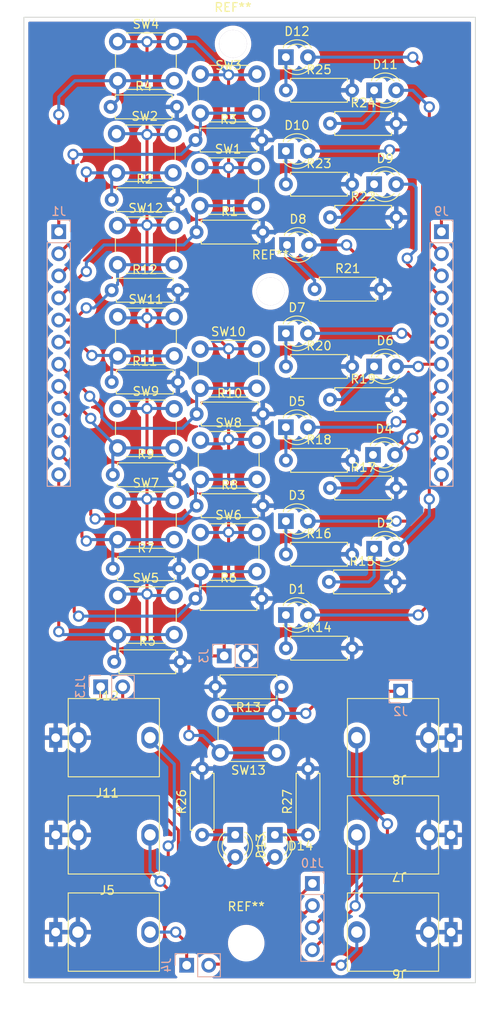
<source format=kicad_pcb>
(kicad_pcb (version 20211014) (generator pcbnew)
  (layers (0 "F.Cu" signal) (31 "B.Cu" signal) (34 "B.Paste" user) (35 "F.Paste" user) (36 "B.SilkS" user "B.Silkscreen") (37 "F.SilkS" user "F.Silkscreen") (38 "B.Mask" user) (39 "F.Mask" user) (44 "Edge.Cuts" user))
  (net 0 "")
  (net 1 "Net-(D1-Pad1)")
  (net 2 "Net-(D1-Pad2)")
  (net 3 "Net-(D2-Pad1)")
  (net 4 "Net-(D2-Pad2)")
  (net 5 "Net-(D3-Pad1)")
  (net 6 "Net-(D3-Pad2)")
  (net 7 "Net-(D4-Pad1)")
  (net 8 "Net-(D4-Pad2)")
  (net 9 "Net-(D5-Pad1)")
  (net 10 "Net-(D5-Pad2)")
  (net 11 "Net-(D6-Pad1)")
  (net 12 "Net-(D6-Pad2)")
  (net 13 "Net-(D7-Pad1)")
  (net 14 "Net-(D7-Pad2)")
  (net 15 "Net-(D8-Pad1)")
  (net 16 "Net-(D8-Pad2)")
  (net 17 "Net-(D9-Pad1)")
  (net 18 "Net-(D9-Pad2)")
  (net 19 "Net-(D10-Pad1)")
  (net 20 "Net-(D10-Pad2)")
  (net 21 "Net-(D11-Pad1)")
  (net 22 "Net-(D11-Pad2)")
  (net 23 "Net-(D12-Pad1)")
  (net 24 "Net-(D12-Pad2)")
  (net 25 "Net-(D13-Pad1)")
  (net 26 "Net-(D13-Pad2)")
  (net 27 "Net-(J1-Pad12)")
  (net 28 "Net-(J1-Pad11)")
  (net 29 "Net-(J1-Pad10)")
  (net 30 "Net-(J1-Pad9)")
  (net 31 "Net-(J1-Pad8)")
  (net 32 "Net-(J1-Pad7)")
  (net 33 "Net-(J1-Pad6)")
  (net 34 "Net-(J1-Pad5)")
  (net 35 "Net-(J1-Pad4)")
  (net 36 "Net-(J1-Pad3)")
  (net 37 "Net-(J1-Pad2)")
  (net 38 "Net-(J1-Pad1)")
  (net 39 "Net-(J2-Pad1)")
  (net 40 "+5V")
  (net 41 "GND")
  (net 42 "Net-(J10-Pad4)")
  (net 43 "Net-(J10-Pad1)")
  (net 44 "Net-(J4-Pad1)")
  (net 45 "Net-(J4-Pad2)")
  (net 46 "Net-(D14-Pad1)")
  (net 47 "Net-(D14-Pad2)")
  (net 48 "Net-(J10-Pad3)")
  (net 49 "Net-(J10-Pad2)")
  (footprint "Button_Switch_THT:SW_PUSH_6mm" (layer "F.Cu") (at 33.34 65.63)
    (fp_text reference "SW8")
    (fp_text value "SW_Push")
  )
  (footprint "Button_Switch_THT:SW_PUSH_6mm" (layer "F.Cu") (at 33.326 76.236)
    (fp_text reference "SW6")
    (fp_text value "SW_Push")
  )
  (footprint "Button_Switch_THT:SW_PUSH_6mm" (layer "F.Cu") (at 33.326 23.531)
    (fp_text reference "SW3")
    (fp_text value "SW_Push")
  )
  (footprint "Resistor_THT:R_Axial_DIN0207_L6.3mm_D2.5mm_P7.62mm_Horizontal" (layer "F.Cu") (at 46.482 48.26)
    (fp_text reference "R21")
    (fp_text value "220")
  )
  (footprint "Button_Switch_THT:SW_PUSH_6mm" (layer "F.Cu") (at 23.674 30.389)
    (fp_text reference "SW2")
    (fp_text value "SW_Push")
  )
  (footprint "Resistor_THT:R_Axial_DIN0207_L6.3mm_D2.5mm_P7.62mm_Horizontal" (layer "F.Cu") (at 42.672 93.98 180)
    (fp_text reference "R13")
    (fp_text value "10k")
  )
  (footprint "Button_Switch_THT:SW_PUSH_6mm" (layer "F.Cu") (at 33.274 34.163)
    (fp_text reference "SW1")
    (fp_text value "SW_Push")
  )
  (footprint "Button_Switch_THT:SW_PUSH_6mm" (layer "F.Cu") (at 23.801 19.799)
    (fp_text reference "SW4")
    (fp_text value "SW_Push")
  )
  (footprint "Eurorack:Thonkiconn" (layer "F.Cu") (at 22.606 122.174)
    (fp_text reference "J5")
    (fp_text value "AudioJack2_SwitchT")
  )
  (footprint "LED_THT:LED_D3.0mm" (layer "F.Cu") (at 43.302 43.18)
    (fp_text reference "D8")
    (fp_text value "LED")
  )
  (footprint "Eurorack:Thonkiconn" (layer "F.Cu") (at 22.606 99.822)
    (fp_text reference "J12")
    (fp_text value "AudioJack2_SwitchT")
  )
  (footprint "Resistor_THT:R_Axial_DIN0207_L6.3mm_D2.5mm_P7.62mm_Horizontal" (layer "F.Cu") (at 22.987 27.305)
    (fp_text reference "R4")
    (fp_text value "10k")
  )
  (footprint "LED_THT:LED_D3.0mm" (layer "F.Cu") (at 53.208 67.31)
    (fp_text reference "D4")
    (fp_text value "LED")
  )
  (footprint "Button_Switch_THT:SW_PUSH_6mm" (layer "F.Cu") (at 23.801 72.553)
    (fp_text reference "SW7")
    (fp_text value "SW_Push")
  )
  (footprint "Resistor_THT:R_Axial_DIN0207_L6.3mm_D2.5mm_P7.62mm_Horizontal" (layer "F.Cu") (at 43.18 25.4)
    (fp_text reference "R25")
    (fp_text value "220")
  )
  (footprint "Resistor_THT:R_Axial_DIN0207_L6.3mm_D2.5mm_P7.62mm_Horizontal" (layer "F.Cu") (at 43.18 67.945)
    (fp_text reference "R18")
    (fp_text value "220")
  )
  (footprint "Resistor_THT:R_Axial_DIN0207_L6.3mm_D2.5mm_P7.62mm_Horizontal" (layer "F.Cu") (at 48.265 40.005)
    (fp_text reference "R22")
    (fp_text value "220")
  )
  (footprint "MountingHole:MountingHole_3.2mm_M3" (layer "F.Cu") (at 38.608 123.444)
    (fp_text reference "REF**")
    (fp_text value "MountingHole_3.2mm_M3")
  )
  (footprint "MountingHole:MountingHole_3.2mm_M3" (layer "F.Cu") (at 37.084 20.066)
    (fp_text reference "REF**")
    (fp_text value "MountingHole_3.2mm_M3")
  )
  (footprint "Resistor_THT:R_Axial_DIN0207_L6.3mm_D2.5mm_P7.62mm_Horizontal" (layer "F.Cu") (at 43.18 89.535)
    (fp_text reference "R14")
    (fp_text value "220")
  )
  (footprint "LED_THT:LED_D3.0mm" (layer "F.Cu") (at 43.175 85.725)
    (fp_text reference "D1")
    (fp_text value "LED")
  )
  (footprint "Resistor_THT:R_Axial_DIN0207_L6.3mm_D2.5mm_P7.62mm_Horizontal" (layer "F.Cu") (at 32.893 62.611)
    (fp_text reference "R10")
    (fp_text value "10k")
  )
  (footprint "Resistor_THT:R_Axial_DIN0207_L6.3mm_D2.5mm_P7.62mm_Horizontal" (layer "F.Cu") (at 23.241 69.596)
    (fp_text reference "R9")
    (fp_text value "10k")
  )
  (footprint "Resistor_THT:R_Axial_DIN0207_L6.3mm_D2.5mm_P7.62mm_Horizontal" (layer "F.Cu") (at 23.114 58.928)
    (fp_text reference "R11")
    (fp_text value "10k")
  )
  (footprint "Eurorack:Thonkiconn" (layer "F.Cu") (at 56.261 99.822 180)
    (fp_text reference "J8")
    (fp_text value "AudioJack2_SwitchT")
  )
  (footprint "Resistor_THT:R_Axial_DIN0207_L6.3mm_D2.5mm_P7.62mm_Horizontal" (layer "F.Cu") (at 23.411 91.097)
    (fp_text reference "R5")
    (fp_text value "10k")
  )
  (footprint "Button_Switch_THT:SW_PUSH_6mm" (layer "F.Cu") (at 23.79 40.951)
    (fp_text reference "SW12")
    (fp_text value "SW_Push")
  )
  (footprint "MountingHole:MountingHole_3.2mm_M3" (layer "F.Cu") (at 41.402 48.514)
    (fp_text reference "REF**")
    (fp_text value "MountingHole_3.2mm_M3")
  )
  (footprint "Resistor_THT:R_Axial_DIN0207_L6.3mm_D2.5mm_P7.62mm_Horizontal" (layer "F.Cu") (at 48.26 60.96)
    (fp_text reference "R19")
    (fp_text value "220")
  )
  (footprint "LED_THT:LED_D3.0mm" (layer "F.Cu") (at 41.91 110.998 -90)
    (fp_text reference "D14")
    (fp_text value "LED")
  )
  (footprint "Resistor_THT:R_Axial_DIN0207_L6.3mm_D2.5mm_P7.62mm_Horizontal" (layer "F.Cu") (at 33.528 110.993 90)
    (fp_text reference "R26")
    (fp_text value "220")
  )
  (footprint "LED_THT:LED_D3.0mm" (layer "F.Cu") (at 43.175 53.34)
    (fp_text reference "D7")
    (fp_text value "LED")
  )
  (footprint "Button_Switch_THT:SW_PUSH_6mm" (layer "F.Cu") (at 23.807 51.434)
    (fp_text reference "SW11")
    (fp_text value "SW_Push")
  )
  (footprint "Resistor_THT:R_Axial_DIN0207_L6.3mm_D2.5mm_P7.62mm_Horizontal" (layer "F.Cu") (at 23.114 48.387)
    (fp_text reference "R12")
    (fp_text value "10k")
  )
  (footprint "LED_THT:LED_D3.0mm" (layer "F.Cu") (at 37.338 110.993 -90)
    (fp_text reference "D13")
    (fp_text value "LED")
  )
  (footprint "LED_THT:LED_D3.0mm" (layer "F.Cu") (at 43.175 64.135)
    (fp_text reference "D5")
    (fp_text value "LED")
  )
  (footprint "Eurorack:Thonkiconn" (layer "F.Cu") (at 56.261 122.174 180)
    (fp_text reference "J6")
    (fp_text value "AudioJack2_SwitchT")
  )
  (footprint "Resistor_THT:R_Axial_DIN0207_L6.3mm_D2.5mm_P7.62mm_Horizontal" (layer "F.Cu") (at 23.114 37.973)
    (fp_text reference "R2")
    (fp_text value "10k")
  )
  (footprint "Resistor_THT:R_Axial_DIN0207_L6.3mm_D2.5mm_P7.62mm_Horizontal" (layer "F.Cu") (at 23.241 80.391)
    (fp_text reference "R7")
    (fp_text value "10k")
  )
  (footprint "Resistor_THT:R_Axial_DIN0207_L6.3mm_D2.5mm_P7.62mm_Horizontal" (layer "F.Cu") (at 43.175 36.195)
    (fp_text reference "R23")
    (fp_text value "220")
  )
  (footprint "LED_THT:LED_D3.0mm" (layer "F.Cu") (at 43.175 32.385)
    (fp_text reference "D10")
    (fp_text value "LED")
  )
  (footprint "Resistor_THT:R_Axial_DIN0207_L6.3mm_D2.5mm_P7.62mm_Horizontal" (layer "F.Cu") (at 48.133 81.915)
    (fp_text reference "R15")
    (fp_text value "220")
  )
  (footprint "LED_THT:LED_D3.0mm" (layer "F.Cu") (at 43.175 74.93)
    (fp_text reference "D3")
    (fp_text value "LED")
  )
  (footprint "Resistor_THT:R_Axial_DIN0207_L6.3mm_D2.5mm_P7.62mm_Horizontal" (layer "F.Cu") (at 43.18 78.74)
    (fp_text reference "R16")
    (fp_text value "220")
  )
  (footprint "Button_Switch_THT:SW_PUSH_6mm" (layer "F.Cu") (at 42.112 101.564 180)
    (fp_text reference "SW13")
    (fp_text value "SW_Push")
  )
  (footprint "Button_Switch_THT:SW_PUSH_6mm" (layer "F.Cu") (at 23.801 83.475)
    (fp_text reference "SW5")
    (fp_text value "SW_Push")
  )
  (footprint "Button_Switch_THT:SW_PUSH_6mm" (layer "F.Cu") (at 33.306 55.154)
    (fp_text reference "SW10")
    (fp_text value "SW_Push")
  )
  (footprint "LED_THT:LED_D3.0mm" (layer "F.Cu") (at 43.175 21.59)
    (fp_text reference "D12")
    (fp_text value "LED")
  )
  (footprint "Resistor_THT:R_Axial_DIN0207_L6.3mm_D2.5mm_P7.62mm_Horizontal" (layer "F.Cu") (at 48.26 71.12)
    (fp_text reference "R17")
    (fp_text value "220")
  )
  (footprint "Resistor_THT:R_Axial_DIN0207_L6.3mm_D2.5mm_P7.62mm_Horizontal" (layer "F.Cu") (at 43.18 57.15)
    (fp_text reference "R20")
    (fp_text value "220")
  )
  (footprint "LED_THT:LED_D3.0mm" (layer "F.Cu") (at 53.335 36.195)
    (fp_text reference "D9")
    (fp_text value "LED")
  )
  (footprint "Eurorack:Thonkiconn" (layer "F.Cu") (at 56.261 110.998 180)
    (fp_text reference "J7")
    (fp_text value "AudioJack2_SwitchT")
  )
  (footprint "Resistor_THT:R_Axial_DIN0207_L6.3mm_D2.5mm_P7.62mm_Horizontal" (layer "F.Cu") (at 48.26 29.21)
    (fp_text reference "R24")
    (fp_text value "220")
  )
  (footprint "Eurorack:Thonkiconn" (layer "F.Cu") (at 22.606 110.998)
    (fp_text reference "J11")
    (fp_text value "AudioJack2_SwitchT")
  )
  (footprint "LED_THT:LED_D3.0mm" (layer "F.Cu") (at 53.335 57.15)
    (fp_text reference "D6")
    (fp_text value "LED")
  )
  (footprint "Resistor_THT:R_Axial_DIN0207_L6.3mm_D2.5mm_P7.62mm_Horizontal" (layer "F.Cu") (at 45.72 110.993 90)
    (fp_text reference "R27")
    (fp_text value "220")
  )
  (footprint "LED_THT:LED_D3.0mm" (layer "F.Cu") (at 53.335 25.4)
    (fp_text reference "D11")
    (fp_text value "LED")
  )
  (footprint "Resistor_THT:R_Axial_DIN0207_L6.3mm_D2.5mm_P7.62mm_Horizontal" (layer "F.Cu") (at 32.766 31.115)
    (fp_text reference "R3")
    (fp_text value "10k")
  )
  (footprint "Resistor_THT:R_Axial_DIN0207_L6.3mm_D2.5mm_P7.62mm_Horizontal" (layer "F.Cu") (at 32.766 83.82)
    (fp_text reference "R6")
    (fp_text value "10k")
  )
  (footprint "LED_THT:LED_D3.0mm" (layer "F.Cu") (at 53.335 78.105)
    (fp_text reference "D2")
    (fp_text value "LED")
  )
  (footprint "Resistor_THT:R_Axial_DIN0207_L6.3mm_D2.5mm_P7.62mm_Horizontal" (layer "F.Cu") (at 32.884 41.699)
    (fp_text reference "R1")
    (fp_text value "10k")
  )
  (footprint "Resistor_THT:R_Axial_DIN0207_L6.3mm_D2.5mm_P7.62mm_Horizontal" (layer "F.Cu") (at 32.893 73.152)
    (fp_text reference "R8")
    (fp_text value "10k")
  )
  (footprint "Button_Switch_THT:SW_PUSH_6mm" (layer "F.Cu") (at 23.801 62.012)
    (fp_text reference "SW9")
    (fp_text value "SW_Push")
  )
  (footprint "Connector_PinHeader_2.54mm:PinHeader_1x12_P2.54mm_Vertical" (layer "B.Cu") (at 17.018 41.651 180)
    (fp_text reference "J1")
    (fp_text value "Conn_01x12_Male")
  )
  (footprint "Connector_PinHeader_2.54mm:PinHeader_1x02_P2.54mm_Vertical" (layer "B.Cu") (at 21.839 93.98 -90)
    (fp_text reference "J13")
    (fp_text value "Conn_01x02_Male")
  )
  (footprint "Connector_PinHeader_2.54mm:PinHeader_1x02_P2.54mm_Vertical" (layer "B.Cu") (at 36.068 90.424 -90)
    (fp_text reference "J3")
    (fp_text value "Conn_01x02_Male")
  )
  (footprint "Connector_PinHeader_2.54mm:PinHeader_1x04_P2.54mm_Vertical" (layer "B.Cu") (at 46.228 116.586 180)
    (fp_text reference "J10")
    (fp_text value "Conn_01x04_Male")
  )
  (footprint "Connector_PinHeader_2.54mm:PinHeader_1x12_P2.54mm_Vertical" (layer "B.Cu") (at 61.087 41.651 180)
    (fp_text reference "J9")
    (fp_text value "Conn_01x12_Male")
  )
  (footprint "Connector_PinHeader_2.54mm:PinHeader_1x02_P2.54mm_Vertical" (layer "B.Cu") (at 31.75 125.984 -90)
    (fp_text reference "J4")
    (fp_text value "Conn_01x02_Male")
  )
  (footprint "Connector_PinHeader_2.54mm:PinHeader_1x01_P2.54mm_Vertical" (layer "B.Cu") (at 56.388 94.488)
    (fp_text reference "J2")
    (fp_text value "Conn_01x01_Male")
  )
  (gr_rect (start 13 17) (end 65 128) (layer "Edge.Cuts") (width 0.1) (fill none))
  (segment (start 43.175 85.725) (end 43.175 89.53) (width 0.35) (layer "B.Cu") (net 1))
  (segment (start 43.175 89.53) (end 43.18 89.535) (width 0.35) (layer "B.Cu") (net 1))
  (segment (start 61.087 69.591) (end 61.087 83.058) (width 0.35) (layer "F.Cu") (net 2))
  (segment (start 61.087 83.058) (end 58.42 85.725) (width 0.35) (layer "F.Cu") (net 2))
  (via (at 58.42 85.725) (size 1.3) (drill 0.8) (layers "F.Cu" "B.Cu") (net 2))
  (segment (start 58.42 85.725) (end 45.715 85.725) (width 0.35) (layer "B.Cu") (net 2))
  (segment (start 52.705 81.915) (end 48.133 81.915) (width 0.35) (layer "B.Cu") (net 3))
  (segment (start 53.335 78.105) (end 53.335 81.285) (width 0.35) (layer "B.Cu") (net 3))
  (segment (start 53.335 81.285) (end 52.705 81.915) (width 0.35) (layer "B.Cu") (net 3))
  (segment (start 61.087 67.051) (end 59.69 68.448) (width 0.35) (layer "F.Cu") (net 4))
  (segment (start 59.69 68.448) (end 59.69 72.39) (width 0.35) (layer "F.Cu") (net 4))
  (via (at 59.69 72.39) (size 1.3) (drill 0.8) (layers "F.Cu" "B.Cu") (net 4))
  (segment (start 59.69 72.39) (end 59.69 74.29) (width 0.35) (layer "B.Cu") (net 4))
  (segment (start 59.69 74.29) (end 55.875 78.105) (width 0.35) (layer "B.Cu") (net 4))
  (segment (start 43.175 78.735) (end 43.18 78.74) (width 0.35) (layer "B.Cu") (net 5))
  (segment (start 43.175 74.93) (end 43.175 78.735) (width 0.35) (layer "B.Cu") (net 5))
  (segment (start 61.087 64.511) (end 58.42 67.178) (width 0.35) (layer "F.Cu") (net 6))
  (segment (start 58.42 67.178) (end 58.42 73.66) (width 0.35) (layer "F.Cu") (net 6))
  (segment (start 57.15 74.93) (end 55.88 74.93) (width 0.35) (layer "F.Cu") (net 6))
  (segment (start 58.42 73.66) (end 57.15 74.93) (width 0.35) (layer "F.Cu") (net 6))
  (via (at 55.88 74.93) (size 1.3) (drill 0.8) (layers "F.Cu" "B.Cu") (net 6))
  (segment (start 55.88 74.93) (end 45.715 74.93) (width 0.35) (layer "B.Cu") (net 6))
  (segment (start 51.435 71.12) (end 48.26 71.12) (width 0.35) (layer "B.Cu") (net 7))
  (segment (start 53.208 69.347) (end 51.435 71.12) (width 0.35) (layer "B.Cu") (net 7))
  (segment (start 53.208 67.31) (end 53.208 69.347) (width 0.35) (layer "B.Cu") (net 7))
  (segment (start 61.087 61.971) (end 57.785 65.273) (width 0.35) (layer "F.Cu") (net 8))
  (segment (start 57.785 65.273) (end 57.785 65.405) (width 0.35) (layer "F.Cu") (net 8))
  (via (at 57.785 65.405) (size 1.3) (drill 0.8) (layers "F.Cu" "B.Cu") (net 8))
  (segment (start 57.785 65.405) (end 57.653 65.405) (width 0.35) (layer "B.Cu") (net 8))
  (segment (start 57.653 65.405) (end 55.748 67.31) (width 0.35) (layer "B.Cu") (net 8))
  (segment (start 43.175 67.94) (end 43.18 67.945) (width 0.35) (layer "B.Cu") (net 9))
  (segment (start 43.175 64.135) (end 43.175 67.94) (width 0.35) (layer "B.Cu") (net 9))
  (segment (start 61.087 59.431) (end 57.018 63.5) (width 0.35) (layer "F.Cu") (net 10))
  (segment (start 57.018 63.5) (end 55.88 63.5) (width 0.35) (layer "F.Cu") (net 10))
  (via (at 55.88 63.5) (size 1.3) (drill 0.8) (layers "F.Cu" "B.Cu") (net 10))
  (segment (start 55.88 63.5) (end 55.245 64.135) (width 0.35) (layer "B.Cu") (net 10))
  (segment (start 55.245 64.135) (end 45.715 64.135) (width 0.35) (layer "B.Cu") (net 10))
  (segment (start 53.335 57.15) (end 49.525 60.96) (width 0.35) (layer "B.Cu") (net 11))
  (segment (start 49.525 60.96) (end 48.26 60.96) (width 0.35) (layer "B.Cu") (net 11))
  (segment (start 61.087 56.891) (end 58.679 56.891) (width 0.35) (layer "F.Cu") (net 12))
  (segment (start 58.679 56.891) (end 58.42 57.15) (width 0.35) (layer "F.Cu") (net 12))
  (via (at 58.42 57.15) (size 1.3) (drill 0.8) (layers "F.Cu" "B.Cu") (net 12))
  (segment (start 58.42 57.15) (end 55.875 57.15) (width 0.35) (layer "B.Cu") (net 12))
  (segment (start 43.175 57.145) (end 43.18 57.15) (width 0.35) (layer "B.Cu") (net 13))
  (segment (start 43.175 53.34) (end 43.175 57.145) (width 0.35) (layer "B.Cu") (net 13))
  (segment (start 57.15 53.34) (end 56.515 53.34) (width 0.35) (layer "F.Cu") (net 14))
  (segment (start 58.161 54.351) (end 57.15 53.34) (width 0.35) (layer "F.Cu") (net 14))
  (segment (start 61.087 54.351) (end 58.161 54.351) (width 0.35) (layer "F.Cu") (net 14))
  (via (at 56.515 53.34) (size 1.3) (drill 0.8) (layers "F.Cu" "B.Cu") (net 14))
  (segment (start 56.515 53.34) (end 45.715 53.34) (width 0.35) (layer "B.Cu") (net 14))
  (segment (start 43.302 43.18) (end 43.302 44.064) (width 0.35) (layer "B.Cu") (net 15))
  (segment (start 43.302 44.064) (end 46.482 47.244) (width 0.35) (layer "B.Cu") (net 15))
  (segment (start 46.482 47.244) (end 46.482 48.26) (width 0.35) (layer "B.Cu") (net 15))
  (segment (start 54.61 46.355) (end 53.34 46.355) (width 0.35) (layer "F.Cu") (net 16))
  (segment (start 53.34 46.355) (end 50.165 43.18) (width 0.35) (layer "F.Cu") (net 16))
  (segment (start 61.087 51.811) (end 55.631 46.355) (width 0.35) (layer "F.Cu") (net 16))
  (segment (start 55.631 46.355) (end 54.61 46.355) (width 0.35) (layer "F.Cu") (net 16))
  (via (at 50.165 43.18) (size 1.3) (drill 0.8) (layers "F.Cu" "B.Cu") (net 16))
  (segment (start 50.165 43.18) (end 45.842 43.18) (width 0.35) (layer "B.Cu") (net 16))
  (segment (start 49.525 40.005) (end 48.265 40.005) (width 0.35) (layer "B.Cu") (net 17))
  (segment (start 53.335 36.195) (end 49.525 40.005) (width 0.35) (layer "B.Cu") (net 17))
  (segment (start 57.15 45.334) (end 57.15 44.704) (width 0.35) (layer "F.Cu") (net 18))
  (segment (start 61.087 49.271) (end 57.15 45.334) (width 0.35) (layer "F.Cu") (net 18))
  (via (at 57.15 44.704) (size 1.3) (drill 0.8) (layers "F.Cu" "B.Cu") (net 18))
  (segment (start 57.15 44.704) (end 58.166 43.688) (width 0.35) (layer "B.Cu") (net 18))
  (segment (start 58.166 43.688) (end 58.166 36.576) (width 0.35) (layer "B.Cu") (net 18))
  (segment (start 57.785 36.195) (end 55.875 36.195) (width 0.35) (layer "B.Cu") (net 18))
  (segment (start 58.166 36.576) (end 57.785 36.195) (width 0.35) (layer "B.Cu") (net 18))
  (segment (start 43.175 32.385) (end 43.175 36.195) (width 0.35) (layer "B.Cu") (net 19))
  (segment (start 57.404 32.258) (end 55.88 32.258) (width 0.35) (layer "F.Cu") (net 20))
  (segment (start 55.88 32.258) (end 55.118 32.258) (width 0.35) (layer "F.Cu") (net 20))
  (segment (start 58.928 33.782) (end 57.404 32.258) (width 0.35) (layer "F.Cu") (net 20))
  (segment (start 58.928 44.572) (end 58.928 33.782) (width 0.35) (layer "F.Cu") (net 20))
  (segment (start 61.087 46.731) (end 58.928 44.572) (width 0.35) (layer "F.Cu") (net 20))
  (via (at 55.118 32.258) (size 1.3) (drill 0.8) (layers "F.Cu" "B.Cu") (net 20))
  (segment (start 54.991 32.385) (end 45.715 32.385) (width 0.35) (layer "B.Cu") (net 20))
  (segment (start 55.118 32.258) (end 54.991 32.385) (width 0.35) (layer "B.Cu") (net 20))
  (segment (start 53.335 25.4) (end 53.335 27.945) (width 0.35) (layer "B.Cu") (net 21))
  (segment (start 52.07 29.21) (end 48.26 29.21) (width 0.35) (layer "B.Cu") (net 21))
  (segment (start 53.335 27.945) (end 52.07 29.21) (width 0.35) (layer "B.Cu") (net 21))
  (segment (start 61.087 44.191) (end 59.69 42.794) (width 0.35) (layer "F.Cu") (net 22))
  (segment (start 59.69 36.195) (end 59.69 27.305) (width 0.35) (layer "F.Cu") (net 22))
  (segment (start 59.69 42.794) (end 59.69 36.195) (width 0.35) (layer "F.Cu") (net 22))
  (via (at 59.69 27.305) (size 1.3) (drill 0.8) (layers "F.Cu" "B.Cu") (net 22))
  (segment (start 57.785 25.4) (end 55.875 25.4) (width 0.35) (layer "B.Cu") (net 22))
  (segment (start 59.69 27.305) (end 57.785 25.4) (width 0.35) (layer "B.Cu") (net 22))
  (segment (start 43.18 21.595) (end 43.175 21.59) (width 0.35) (layer "B.Cu") (net 23))
  (segment (start 43.18 25.4) (end 43.18 21.595) (width 0.35) (layer "B.Cu") (net 23))
  (segment (start 61.087 24.892) (end 57.785 21.59) (width 0.35) (layer "F.Cu") (net 24))
  (segment (start 61.087 41.651) (end 61.087 24.892) (width 0.35) (layer "F.Cu") (net 24))
  (via (at 57.785 21.59) (size 1.3) (drill 0.8) (layers "F.Cu" "B.Cu") (net 24))
  (segment (start 57.785 21.59) (end 45.715 21.59) (width 0.35) (layer "B.Cu") (net 24))
  (segment (start 37.338 110.993) (end 33.528 110.993) (width 0.35) (layer "B.Cu") (net 25))
  (segment (start 24.379 102.103) (end 24.379 93.98) (width 0.35) (layer "F.Cu") (net 26))
  (segment (start 37.338 113.792) (end 34.29 116.84) (width 0.35) (layer "F.Cu") (net 26))
  (segment (start 37.338 113.533) (end 37.338 113.792) (width 0.35) (layer "F.Cu") (net 26))
  (segment (start 34.29 116.84) (end 31.75 114.3) (width 0.35) (layer "F.Cu") (net 26))
  (segment (start 31.75 114.3) (end 31.75 109.474) (width 0.35) (layer "F.Cu") (net 26))
  (segment (start 31.75 109.474) (end 24.379 102.103) (width 0.35) (layer "F.Cu") (net 26))
  (segment (start 17.018 69.591) (end 17.018 87.63) (width 0.35) (layer "F.Cu") (net 27))
  (via (at 17.018 87.63) (size 1.3) (drill 0.8) (layers "F.Cu" "B.Cu") (net 27))
  (segment (start 23.801 90.707) (end 23.411 91.097) (width 0.35) (layer "B.Cu") (net 27))
  (segment (start 23.801 87.975) (end 30.301 87.975) (width 0.35) (layer "B.Cu") (net 27))
  (segment (start 17.363 87.975) (end 23.801 87.975) (width 0.35) (layer "B.Cu") (net 27))
  (segment (start 17.018 87.63) (end 17.363 87.975) (width 0.35) (layer "B.Cu") (net 27))
  (segment (start 23.801 87.975) (end 23.801 90.707) (width 0.35) (layer "B.Cu") (net 27))
  (segment (start 18.796 68.829) (end 18.796 83.185) (width 0.35) (layer "F.Cu") (net 28))
  (segment (start 18.796 85.344) (end 19.304 85.852) (width 0.35) (layer "F.Cu") (net 28))
  (segment (start 17.018 67.051) (end 18.796 68.829) (width 0.35) (layer "F.Cu") (net 28))
  (segment (start 18.796 83.185) (end 18.796 85.344) (width 0.35) (layer "F.Cu") (net 28))
  (via (at 19.304 85.852) (size 1.3) (drill 0.8) (layers "F.Cu" "B.Cu") (net 28))
  (segment (start 33.326 80.736) (end 39.826 80.736) (width 0.35) (layer "B.Cu") (net 28))
  (segment (start 33.326 80.736) (end 33.326 83.26) (width 0.35) (layer "B.Cu") (net 28))
  (segment (start 30.734 85.852) (end 32.766 83.82) (width 0.35) (layer "B.Cu") (net 28))
  (segment (start 19.304 85.852) (end 30.734 85.852) (width 0.35) (layer "B.Cu") (net 28))
  (segment (start 33.326 83.26) (end 32.766 83.82) (width 0.35) (layer "B.Cu") (net 28))
  (segment (start 17.018 64.511) (end 19.685 67.178) (width 0.35) (layer "F.Cu") (net 29))
  (segment (start 19.685 69.723) (end 19.685 76.708) (width 0.35) (layer "F.Cu") (net 29))
  (segment (start 19.685 76.708) (end 20.193 77.216) (width 0.35) (layer "F.Cu") (net 29))
  (segment (start 19.685 67.178) (end 19.685 69.723) (width 0.35) (layer "F.Cu") (net 29))
  (via (at 20.193 77.216) (size 1.3) (drill 0.8) (layers "F.Cu" "B.Cu") (net 29))
  (segment (start 23.241 77.613) (end 23.801 77.053) (width 0.35) (layer "B.Cu") (net 29))
  (segment (start 23.241 80.391) (end 23.241 77.613) (width 0.35) (layer "B.Cu") (net 29))
  (segment (start 23.801 77.053) (end 30.301 77.053) (width 0.35) (layer "B.Cu") (net 29))
  (segment (start 20.356 77.053) (end 23.801 77.053) (width 0.35) (layer "B.Cu") (net 29))
  (segment (start 20.193 77.216) (end 20.356 77.053) (width 0.35) (layer "B.Cu") (net 29))
  (segment (start 20.701 67.564) (end 20.701 74.168) (width 0.35) (layer "F.Cu") (net 30))
  (segment (start 20.701 74.168) (end 21.209 74.676) (width 0.35) (layer "F.Cu") (net 30))
  (segment (start 20.701 65.654) (end 20.701 67.564) (width 0.35) (layer "F.Cu") (net 30))
  (segment (start 17.018 61.971) (end 20.701 65.654) (width 0.35) (layer "F.Cu") (net 30))
  (via (at 21.209 74.676) (size 1.3) (drill 0.8) (layers "F.Cu" "B.Cu") (net 30))
  (segment (start 32.766 70.704) (end 33.34 70.13) (width 0.35) (layer "B.Cu") (net 30))
  (segment (start 33.34 70.13) (end 39.84 70.13) (width 0.35) (layer "B.Cu") (net 30))
  (segment (start 32.766 73.152) (end 32.766 70.704) (width 0.35) (layer "B.Cu") (net 30))
  (segment (start 21.209 74.676) (end 31.242 74.676) (width 0.35) (layer "B.Cu") (net 30))
  (segment (start 31.242 74.676) (end 32.766 73.152) (width 0.35) (layer "B.Cu") (net 30))
  (segment (start 20.701 63.114) (end 20.701 63.119) (width 0.35) (layer "F.Cu") (net 31))
  (segment (start 17.018 59.431) (end 20.701 63.114) (width 0.35) (layer "F.Cu") (net 31))
  (via (at 20.701 63.119) (size 1.3) (drill 0.8) (layers "F.Cu" "B.Cu") (net 31))
  (segment (start 20.701 63.412) (end 23.801 66.512) (width 0.35) (layer "B.Cu") (net 31))
  (segment (start 23.801 66.512) (end 30.301 66.512) (width 0.35) (layer "B.Cu") (net 31))
  (segment (start 20.701 63.119) (end 20.701 63.412) (width 0.35) (layer "B.Cu") (net 31))
  (segment (start 23.241 69.596) (end 23.241 67.072) (width 0.35) (layer "B.Cu") (net 31))
  (segment (start 23.241 67.072) (end 23.801 66.512) (width 0.35) (layer "B.Cu") (net 31))
  (segment (start 17.018 56.891) (end 20.574 60.447) (width 0.35) (layer "F.Cu") (net 32))
  (segment (start 20.574 60.447) (end 20.574 60.579) (width 0.35) (layer "F.Cu") (net 32))
  (via (at 20.574 60.579) (size 1.3) (drill 0.8) (layers "F.Cu" "B.Cu") (net 32))
  (segment (start 21.971 62.992) (end 23.241 64.262) (width 0.35) (layer "B.Cu") (net 32))
  (segment (start 21.971 61.976) (end 21.971 62.992) (width 0.35) (layer "B.Cu") (net 32))
  (segment (start 23.241 64.262) (end 31.242 64.262) (width 0.35) (layer "B.Cu") (net 32))
  (segment (start 32.893 62.611) (end 32.893 60.067) (width 0.35) (layer "B.Cu") (net 32))
  (segment (start 33.306 59.654) (end 39.806 59.654) (width 0.35) (layer "B.Cu") (net 32))
  (segment (start 32.893 60.067) (end 33.306 59.654) (width 0.35) (layer "B.Cu") (net 32))
  (segment (start 20.574 60.579) (end 21.971 61.976) (width 0.35) (layer "B.Cu") (net 32))
  (segment (start 31.242 64.262) (end 32.893 62.611) (width 0.35) (layer "B.Cu") (net 32))
  (segment (start 17.018 54.351) (end 19.299 54.351) (width 0.35) (layer "F.Cu") (net 33))
  (segment (start 19.299 54.351) (end 20.828 55.88) (width 0.35) (layer "F.Cu") (net 33))
  (via (at 20.828 55.88) (size 1.3) (drill 0.8) (layers "F.Cu" "B.Cu") (net 33))
  (segment (start 23.114 56.627) (end 23.807 55.934) (width 0.35) (layer "B.Cu") (net 33))
  (segment (start 23.753 55.88) (end 23.807 55.934) (width 0.35) (layer "B.Cu") (net 33))
  (segment (start 20.828 55.88) (end 23.753 55.88) (width 0.35) (layer "B.Cu") (net 33))
  (segment (start 23.807 55.934) (end 30.307 55.934) (width 0.35) (layer "B.Cu") (net 33))
  (segment (start 23.114 58.928) (end 23.114 56.627) (width 0.35) (layer "B.Cu") (net 33))
  (segment (start 18.801 51.811) (end 20.193 50.419) (width 0.35) (layer "F.Cu") (net 34))
  (segment (start 17.018 51.811) (end 18.801 51.811) (width 0.35) (layer "F.Cu") (net 34))
  (via (at 20.193 50.419) (size 1.3) (drill 0.8) (layers "F.Cu" "B.Cu") (net 34))
  (segment (start 23.79 47.711) (end 23.114 48.387) (width 0.35) (layer "B.Cu") (net 34))
  (segment (start 23.79 45.451) (end 30.29 45.451) (width 0.35) (layer "B.Cu") (net 34))
  (segment (start 21.082 50.419) (end 23.114 48.387) (width 0.35) (layer "B.Cu") (net 34))
  (segment (start 20.193 50.419) (end 21.082 50.419) (width 0.35) (layer "B.Cu") (net 34))
  (segment (start 23.79 45.451) (end 23.79 47.711) (width 0.35) (layer "B.Cu") (net 34))
  (segment (start 17.018 49.271) (end 20.061 46.228) (width 0.35) (layer "F.Cu") (net 35))
  (segment (start 20.061 46.228) (end 20.193 46.228) (width 0.35) (layer "F.Cu") (net 35))
  (via (at 20.193 46.228) (size 1.3) (drill 0.8) (layers "F.Cu" "B.Cu") (net 35))
  (segment (start 32.884 41.699) (end 32.884 39.053) (width 0.35) (layer "B.Cu") (net 35))
  (segment (start 22.225 43.18) (end 31.403 43.18) (width 0.35) (layer "B.Cu") (net 35))
  (segment (start 20.193 45.212) (end 22.225 43.18) (width 0.35) (layer "B.Cu") (net 35))
  (segment (start 33.274 38.663) (end 39.774 38.663) (width 0.35) (layer "B.Cu") (net 35))
  (segment (start 20.193 46.228) (end 20.193 45.212) (width 0.35) (layer "B.Cu") (net 35))
  (segment (start 31.403 43.18) (end 32.884 41.699) (width 0.35) (layer "B.Cu") (net 35))
  (segment (start 32.884 39.053) (end 33.274 38.663) (width 0.35) (layer "B.Cu") (net 35))
  (segment (start 20.193 43.556) (end 20.193 34.798) (width 0.35) (layer "F.Cu") (net 36))
  (segment (start 17.018 46.731) (end 20.193 43.556) (width 0.35) (layer "F.Cu") (net 36))
  (via (at 20.193 34.798) (size 1.3) (drill 0.8) (layers "F.Cu" "B.Cu") (net 36))
  (segment (start 20.193 34.798) (end 20.284 34.889) (width 0.35) (layer "B.Cu") (net 36))
  (segment (start 20.284 34.889) (end 23.674 34.889) (width 0.35) (layer "B.Cu") (net 36))
  (segment (start 23.114 37.973) (end 23.114 35.449) (width 0.35) (layer "B.Cu") (net 36))
  (segment (start 23.674 34.889) (end 30.174 34.889) (width 0.35) (layer "B.Cu") (net 36))
  (segment (start 23.114 35.449) (end 23.674 34.889) (width 0.35) (layer "B.Cu") (net 36))
  (segment (start 17.018 44.191) (end 18.669 42.54) (width 0.35) (layer "F.Cu") (net 37))
  (segment (start 18.669 42.54) (end 18.669 32.766) (width 0.35) (layer "F.Cu") (net 37))
  (via (at 18.669 32.766) (size 1.3) (drill 0.8) (layers "F.Cu" "B.Cu") (net 37))
  (segment (start 33.326 28.031) (end 33.326 30.555) (width 0.35) (layer "B.Cu") (net 37))
  (segment (start 33.326 28.031) (end 39.826 28.031) (width 0.35) (layer "B.Cu") (net 37))
  (segment (start 33.326 30.555) (end 32.766 31.115) (width 0.35) (layer "B.Cu") (net 37))
  (segment (start 31.115 32.766) (end 32.766 31.115) (width 0.35) (layer "B.Cu") (net 37))
  (segment (start 18.669 32.766) (end 31.115 32.766) (width 0.35) (layer "B.Cu") (net 37))
  (segment (start 17.018 41.651) (end 17.018 28.194) (width 0.35) (layer "F.Cu") (net 38))
  (via (at 17.018 28.194) (size 1.3) (drill 0.8) (layers "F.Cu" "B.Cu") (net 38))
  (segment (start 17.018 26.162) (end 18.881 24.299) (width 0.35) (layer "B.Cu") (net 38))
  (segment (start 18.881 24.299) (end 23.801 24.299) (width 0.35) (layer "B.Cu") (net 38))
  (segment (start 17.018 28.194) (end 17.018 26.162) (width 0.35) (layer "B.Cu") (net 38))
  (segment (start 23.801 24.299) (end 23.801 26.491) (width 0.35) (layer "B.Cu") (net 38))
  (segment (start 23.801 26.491) (end 22.987 27.305) (width 0.35) (layer "B.Cu") (net 38))
  (segment (start 23.801 24.299) (end 30.301 24.299) (width 0.35) (layer "B.Cu") (net 38))
  (segment (start 56.388 94.488) (end 48.006 94.488) (width 0.35) (layer "F.Cu") (net 39))
  (segment (start 48.006 94.488) (end 45.466 97.028) (width 0.35) (layer "F.Cu") (net 39))
  (via (at 45.466 97.028) (size 1.3) (drill 0.8) (layers "F.Cu" "B.Cu") (net 39))
  (segment (start 35.612 97.064) (end 42.112 97.064) (width 0.35) (layer "B.Cu") (net 39))
  (segment (start 42.112 97.064) (end 42.112 94.54) (width 0.35) (layer "B.Cu") (net 39))
  (segment (start 45.466 97.028) (end 42.148 97.028) (width 0.35) (layer "B.Cu") (net 39))
  (segment (start 42.148 97.028) (end 42.112 97.064) (width 0.35) (layer "B.Cu") (net 39))
  (segment (start 42.112 94.54) (end 42.672 93.98) (width 0.35) (layer "B.Cu") (net 39))
  (segment (start 27.178 92.202) (end 30.226 95.25) (width 0.35) (layer "F.Cu") (net 40))
  (segment (start 33.02 96.012) (end 32.004 97.028) (width 0.35) (layer "F.Cu") (net 40))
  (segment (start 36.576 34.29) (end 36.576 41.656) (width 0.35) (layer "F.Cu") (net 40))
  (segment (start 27.178 30.48) (end 27.178 19.812) (width 0.35) (layer "F.Cu") (net 40))
  (segment (start 27.178 40.894) (end 27.178 30.48) (width 0.35) (layer "F.Cu") (net 40))
  (segment (start 36.068 86.36) (end 36.576 85.852) (width 0.35) (layer "F.Cu") (net 40))
  (segment (start 36.576 34.29) (end 36.576 23.622) (width 0.35) (layer "F.Cu") (net 40))
  (segment (start 27.178 83.312) (end 27.178 72.39) (width 0.35) (layer "F.Cu") (net 40))
  (segment (start 36.576 65.532) (end 36.576 55.118) (width 0.35) (layer "F.Cu") (net 40))
  (segment (start 36.576 85.852) (end 36.576 76.2) (width 0.35) (layer "F.Cu") (net 40))
  (segment (start 36.576 76.2) (end 36.576 65.532) (width 0.35) (layer "F.Cu") (net 40))
  (segment (start 36.576 41.656) (end 33.528 44.704) (width 0.35) (layer "F.Cu") (net 40))
  (segment (start 36.068 90.424) (end 34.544 90.424) (width 0.35) (layer "F.Cu") (net 40))
  (segment (start 33.02 91.948) (end 33.02 96.012) (width 0.35) (layer "F.Cu") (net 40))
  (segment (start 27.178 51.562) (end 27.178 40.894) (width 0.35) (layer "F.Cu") (net 40))
  (segment (start 32.004 97.028) (end 32.004 99.568) (width 0.35) (layer "F.Cu") (net 40))
  (segment (start 27.178 83.312) (end 27.178 92.202) (width 0.35) (layer "F.Cu") (net 40))
  (segment (start 33.528 52.07) (end 36.576 55.118) (width 0.35) (layer "F.Cu") (net 40))
  (segment (start 34.544 90.424) (end 33.02 91.948) (width 0.35) (layer "F.Cu") (net 40))
  (segment (start 27.178 72.39) (end 27.178 61.976) (width 0.35) (layer "F.Cu") (net 40))
  (segment (start 36.068 90.424) (end 36.068 86.36) (width 0.35) (layer "F.Cu") (net 40))
  (segment (start 27.178 61.976) (end 27.178 51.562) (width 0.35) (layer "F.Cu") (net 40))
  (segment (start 30.226 95.25) (end 32.004 97.028) (width 0.35) (layer "F.Cu") (net 40))
  (segment (start 33.528 44.704) (end 33.528 52.07) (width 0.35) (layer "F.Cu") (net 40))
  (via (at 36.576 23.622) (size 1.3) (drill 0.8) (layers "F.Cu" "B.Cu") (net 40))
  (via (at 32.004 99.568) (size 1.3) (drill 0.8) (layers "F.Cu" "B.Cu") (net 40))
  (via (at 27.178 83.312) (size 1.3) (drill 0.8) (layers "F.Cu" "B.Cu") (net 40))
  (via (at 27.178 51.562) (size 1.3) (drill 0.8) (layers "F.Cu" "B.Cu") (net 40))
  (via (at 27.178 30.48) (size 1.3) (drill 0.8) (layers "F.Cu" "B.Cu") (net 40))
  (via (at 27.178 19.812) (size 1.3) (drill 0.8) (layers "F.Cu" "B.Cu") (net 40))
  (via (at 36.576 34.29) (size 1.3) (drill 0.8) (layers "F.Cu" "B.Cu") (net 40))
  (via (at 36.576 76.2) (size 1.3) (drill 0.8) (layers "F.Cu" "B.Cu") (net 40))
  (via (at 27.178 61.976) (size 1.3) (drill 0.8) (layers "F.Cu" "B.Cu") (net 40))
  (via (at 27.178 72.39) (size 1.3) (drill 0.8) (layers "F.Cu" "B.Cu") (net 40))
  (via (at 36.576 55.118) (size 1.3) (drill 0.8) (layers "F.Cu" "B.Cu") (net 40))
  (via (at 36.576 65.532) (size 1.3) (drill 0.8) (layers "F.Cu" "B.Cu") (net 40))
  (via (at 27.178 40.894) (size 1.3) (drill 0.8) (layers "F.Cu" "B.Cu") (net 40))
  (segment (start 27.178 19.812) (end 23.814 19.812) (width 0.35) (layer "B.Cu") (net 40))
  (segment (start 23.935 51.562) (end 23.807 51.434) (width 0.35) (layer "B.Cu") (net 40))
  (segment (start 36.576 55.118) (end 39.77 55.118) (width 0.35) (layer "B.Cu") (net 40))
  (segment (start 23.847 40.894) (end 23.79 40.951) (width 0.35) (layer "B.Cu") (net 40))
  (segment (start 35.612 101.564) (end 42.112 101.564) (width 0.35) (layer "B.Cu") (net 40))
  (segment (start 39.826 76.236) (end 36.612 76.236) (width 0.35) (layer "B.Cu") (net 40))
  (segment (start 36.612 76.236) (end 36.576 76.2) (width 0.35) (layer "B.Cu") (net 40))
  (segment (start 39.647 34.29) (end 39.774 34.163) (width 0.35) (layer "B.Cu") (net 40))
  (segment (start 30.138 72.39) (end 30.301 72.553) (width 0.35) (layer "B.Cu") (net 40))
  (segment (start 36.576 65.532) (end 36.068 66.04) (width 0.35) (layer "B.Cu") (net 40))
  (segment (start 27.178 51.562) (end 23.935 51.562) (width 0.35) (layer "B.Cu") (net 40))
  (segment (start 30.179 51.562) (end 30.307 51.434) (width 0.35) (layer "B.Cu") (net 40))
  (segment (start 27.178 51.562) (end 30.179 51.562) (width 0.35) (layer "B.Cu") (net 40))
  (segment (start 36.576 34.29) (end 39.647 34.29) (width 0.35) (layer "B.Cu") (net 40))
  (segment (start 27.178 61.976) (end 23.837 61.976) (width 0.35) (layer "B.Cu") (net 40))
  (segment (start 27.178 72.39) (end 30.138 72.39) (width 0.35) (layer "B.Cu") (net 40))
  (segment (start 39.735 23.622) (end 39.826 23.531) (width 0.35) (layer "B.Cu") (net 40))
  (segment (start 27.087 30.389) (end 23.674 30.389) (width 0.35) (layer "B.Cu") (net 40))
  (segment (start 27.178 72.39) (end 23.964 72.39) (width 0.35) (layer "B.Cu") (net 40))
  (segment (start 30.083 30.48) (end 30.174 30.389) (width 0.35) (layer "B.Cu") (net 40))
  (segment (start 36.576 65.532) (end 39.742 65.532) (width 0.35) (layer "B.Cu") (net 40))
  (segment (start 36.576 23.622) (end 33.417 23.622) (width 0.35) (layer "B.Cu") (net 40))
  (segment (start 33.75 66.04) (end 33.34 65.63) (width 0.35) (layer "B.Cu") (net 40))
  (segment (start 27.178 61.976) (end 30.265 61.976) (width 0.35) (layer "B.Cu") (net 40))
  (segment (start 33.417 23.622) (end 33.326 23.531) (width 0.35) (layer "B.Cu") (net 40))
  (segment (start 27.178 30.48) (end 30.083 30.48) (width 0.35) (layer "B.Cu") (net 40))
  (segment (start 30.288 19.812) (end 30.301 19.799) (width 0.35) (layer "B.Cu") (net 40))
  (segment (start 36.54 76.236) (end 36.576 76.2) (width 0.35) (layer "B.Cu") (net 40))
  (segment (start 39.742 65.532) (end 39.84 65.63) (width 0.35) (layer "B.Cu") (net 40))
  (segment (start 36.576 23.622) (end 32.753 19.799) (width 0.35) (layer "B.Cu") (net 40))
  (segment (start 30.265 61.976) (end 30.301 62.012) (width 0.35) (layer "B.Cu") (net 40))
  (segment (start 36.576 34.29) (end 33.401 34.29) (width 0.35) (layer "B.Cu") (net 40))
  (segment (start 36.576 55.118) (end 33.342 55.118) (width 0.35) (layer "B.Cu") (net 40))
  (segment (start 36.576 23.622) (end 39.735 23.622) (width 0.35) (layer "B.Cu") (net 40))
  (segment (start 23.837 61.976) (end 23.801 62.012) (width 0.35) (layer "B.Cu") (net 40))
  (segment (start 33.342 55.118) (end 33.306 55.154) (width 0.35) (layer "B.Cu") (net 40))
  (segment (start 32.753 19.799) (end 30.301 19.799) (width 0.35) (layer "B.Cu") (net 40))
  (segment (start 33.616 99.568) (end 35.612 101.564) (width 0.35) (layer "B.Cu") (net 40))
  (segment (start 30.233 40.894) (end 30.29 40.951) (width 0.35) (layer "B.Cu") (net 40))
  (segment (start 27.178 19.812) (end 30.288 19.812) (width 0.35) (layer "B.Cu") (net 40))
  (segment (start 27.178 40.894) (end 30.233 40.894) (width 0.35) (layer "B.Cu") (net 40))
  (segment (start 32.004 99.568) (end 33.616 99.568) (width 0.35) (layer "B.Cu") (net 40))
  (segment (start 27.178 30.48) (end 27.087 30.389) (width 0.35) (layer "B.Cu") (net 40))
  (segment (start 23.964 83.312) (end 23.801 83.475) (width 0.35) (layer "B.Cu") (net 40))
  (segment (start 27.341 83.475) (end 27.178 83.312) (width 0.35) (layer "B.Cu") (net 40))
  (segment (start 27.178 40.894) (end 23.847 40.894) (width 0.35) (layer "B.Cu") (net 40))
  (segment (start 23.814 19.812) (end 23.801 19.799) (width 0.35) (layer "B.Cu") (net 40))
  (segment (start 27.178 83.312) (end 23.964 83.312) (width 0.35) (layer "B.Cu") (net 40))
  (segment (start 39.77 55.118) (end 39.806 55.154) (width 0.35) (layer "B.Cu") (net 40))
  (segment (start 33.401 34.29) (end 33.274 34.163) (width 0.35) (layer "B.Cu") (net 40))
  (segment (start 36.068 66.04) (end 33.75 66.04) (width 0.35) (layer "B.Cu") (net 40))
  (segment (start 23.964 72.39) (end 23.801 72.553) (width 0.35) (layer "B.Cu") (net 40))
  (segment (start 33.326 76.236) (end 36.54 76.236) (width 0.35) (layer "B.Cu") (net 40))
  (segment (start 30.301 83.475) (end 27.341 83.475) (width 0.35) (layer "B.Cu") (net 40))
  (segment (start 51.160248 119.156747) (end 51.160248 119.283752) (width 0.35) (layer "F.Cu") (net 42))
  (segment (start 51.160248 119.283752) (end 46.238 124.206) (width 0.35) (layer "F.Cu") (net 42))
  (segment (start 46.238 124.206) (end 46.228 124.206) (width 0.35) (layer "F.Cu") (net 42))
  (via (at 51.160248 119.156747) (size 1.3) (drill 0.8) (layers "F.Cu" "B.Cu") (net 42))
  (segment (start 51.341 118.975995) (end 51.160248 119.156747) (width 0.35) (layer "B.Cu") (net 42))
  (segment (start 51.341 110.998) (end 51.341 118.975995) (width 0.35) (layer "B.Cu") (net 42))
  (segment (start 43.942 118.872) (end 33.02 118.872) (width 0.35) (layer "F.Cu") (net 43))
  (segment (start 29.621999 115.473999) (end 29.621999 112.276439) (width 0.35) (layer "F.Cu") (net 43))
  (segment (start 46.228 116.586) (end 43.942 118.872) (width 0.35) (layer "F.Cu") (net 43))
  (segment (start 33.02 118.872) (end 29.621999 115.473999) (width 0.35) (layer "F.Cu") (net 43))
  (via (at 29.621999 112.276439) (size 1.3) (drill 0.8) (layers "F.Cu" "B.Cu") (net 43))
  (segment (start 27.526 100.072) (end 30.3215 102.8675) (width 0.35) (layer "B.Cu") (net 43))
  (segment (start 30.3215 102.8675) (end 30.3215 111.576938) (width 0.35) (layer "B.Cu") (net 43))
  (segment (start 30.3215 111.576938) (end 29.621999 112.276439) (width 0.35) (layer "B.Cu") (net 43))
  (segment (start 27.526 99.822) (end 27.526 100.072) (width 0.35) (layer "B.Cu") (net 43))
  (segment (start 31.75 123.444) (end 30.48 122.174) (width 0.35) (layer "F.Cu") (net 44))
  (segment (start 31.75 125.984) (end 31.75 123.444) (width 0.35) (layer "F.Cu") (net 44))
  (via (at 30.48 122.174) (size 1.3) (drill 0.8) (layers "F.Cu" "B.Cu") (net 44))
  (segment (start 27.526 122.174) (end 30.48 122.174) (width 0.35) (layer "B.Cu") (net 44))
  (segment (start 49.403 125.857) (end 49.53 125.984) (width 0.35) (layer "F.Cu") (net 45))
  (segment (start 34.417 125.857) (end 49.403 125.857) (width 0.35) (layer "F.Cu") (net 45))
  (segment (start 34.29 125.984) (end 34.417 125.857) (width 0.35) (layer "F.Cu") (net 45))
  (via (at 49.53 125.984) (size 1.3) (drill 0.8) (layers "F.Cu" "B.Cu") (net 45))
  (segment (start 51.341 124.173) (end 51.341 122.174) (width 0.35) (layer "B.Cu") (net 45))
  (segment (start 49.53 125.984) (end 51.341 124.173) (width 0.35) (layer "B.Cu") (net 45))
  (segment (start 41.91 110.998) (end 45.715 110.998) (width 0.35) (layer "B.Cu") (net 46))
  (segment (start 45.715 110.998) (end 45.72 110.993) (width 0.35) (layer "B.Cu") (net 46))
  (segment (start 30.796499 110.454257) (end 30.796499 115.124499) (width 0.35) (layer "F.Cu") (net 47))
  (segment (start 30.796499 115.124499) (end 33.528 117.856) (width 0.35) (layer "F.Cu") (net 47))
  (segment (start 21.839 101.496758) (end 30.796499 110.454257) (width 0.35) (layer "F.Cu") (net 47))
  (segment (start 33.528 117.856) (end 37.592 117.856) (width 0.35) (layer "F.Cu") (net 47))
  (segment (start 21.839 93.98) (end 21.839 101.496758) (width 0.35) (layer "F.Cu") (net 47))
  (segment (start 37.592 117.856) (end 41.91 113.538) (width 0.35) (layer "F.Cu") (net 47))
  (segment (start 49.52 118.374) (end 50.282 118.374) (width 0.35) (layer "F.Cu") (net 48))
  (segment (start 46.228 121.666) (end 49.52 118.374) (width 0.35) (layer "F.Cu") (net 48))
  (segment (start 54.864 113.792) (end 54.864 109.728) (width 0.35) (layer "F.Cu") (net 48))
  (segment (start 50.282 118.374) (end 54.864 113.792) (width 0.35) (layer "F.Cu") (net 48))
  (via (at 54.864 109.728) (size 1.3) (drill 0.8) (layers "F.Cu" "B.Cu") (net 48))
  (segment (start 51.341 106.205) (end 51.341 99.822) (width 0.35) (layer "B.Cu") (net 48))
  (segment (start 54.864 109.728) (end 51.341 106.205) (width 0.35) (layer "B.Cu") (net 48))
  (segment (start 32.346 119.976) (end 28.702 116.332) (width 0.35) (layer "F.Cu") (net 49))
  (segment (start 45.378 119.976) (end 32.346 119.976) (width 0.35) (layer "F.Cu") (net 49))
  (segment (start 46.228 119.126) (end 45.378 119.976) (width 0.35) (layer "F.Cu") (net 49))
  (via (at 28.702 116.332) (size 1.3) (drill 0.8) (layers "F.Cu" "B.Cu") (net 49))
  (segment (start 27.526 115.156) (end 28.702 116.332) (width 0.35) (layer "B.Cu") (net 49))
  (segment (start 27.526 110.998) (end 27.526 115.156) (width 0.35) (layer "B.Cu") (net 49))
  (zone (net 41) (net_name "GND") (layers F&B.Cu) (connect_pads (clearance 0.508)) (min_thickness 0.254) (fill yes (thermal_gap 0.508) (thermal_bridge_width 0.508))
    (polygon (pts (xy 65.278 128.524) (xy 12.7 128.524) (xy 12.7 16.764) (xy 65.278 16.764)))
  )
)
</source>
